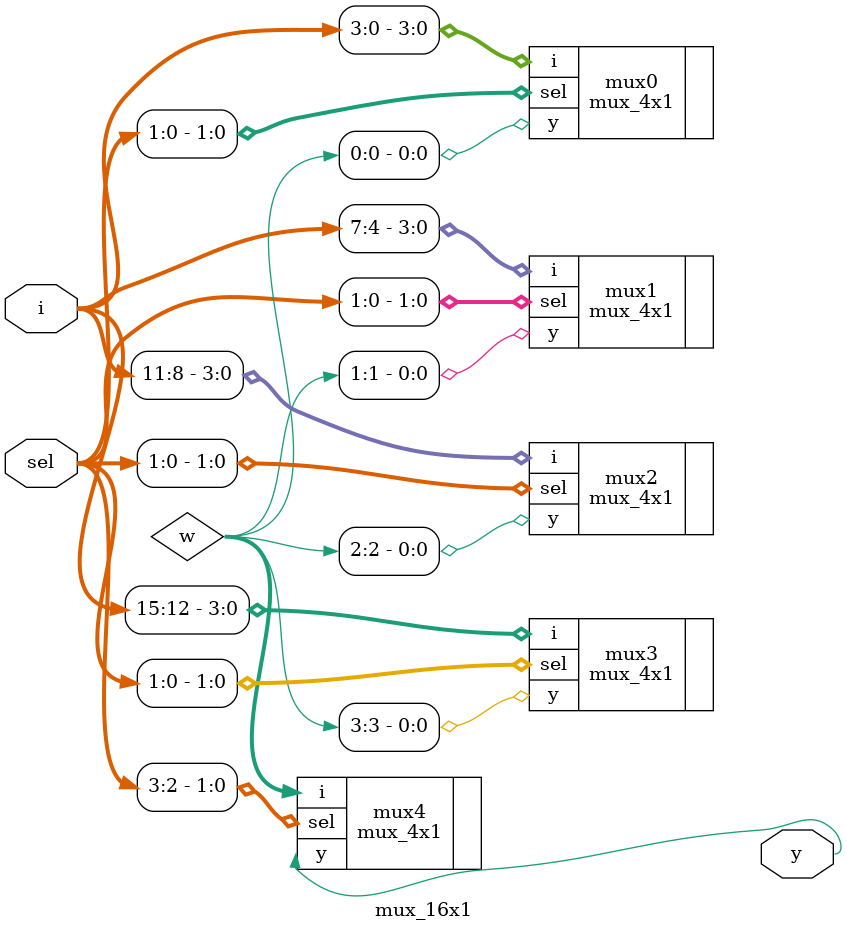
<source format=v>
`timescale 1ns / 1ps


module mux_16x1(
    input [15:0] i,
    input [3:0] sel,
    output y
    );
    
    wire [3:0] w;
    
    mux_4x1 mux0(.i(i[3:0]), .sel(sel[1:0]), .y(w[0]));
    mux_4x1 mux1(.i(i[7:4]), .sel(sel[1:0]), .y(w[1]));
    mux_4x1 mux2(.i(i[11:8]), .sel(sel[1:0]), .y(w[2]));
    mux_4x1 mux3(.i(i[15:12]), .sel(sel[1:0]), .y(w[3]));
    mux_4x1 mux4(.i(w[3:0]), .sel(sel[3:2]), .y(y));
    
endmodule

</source>
